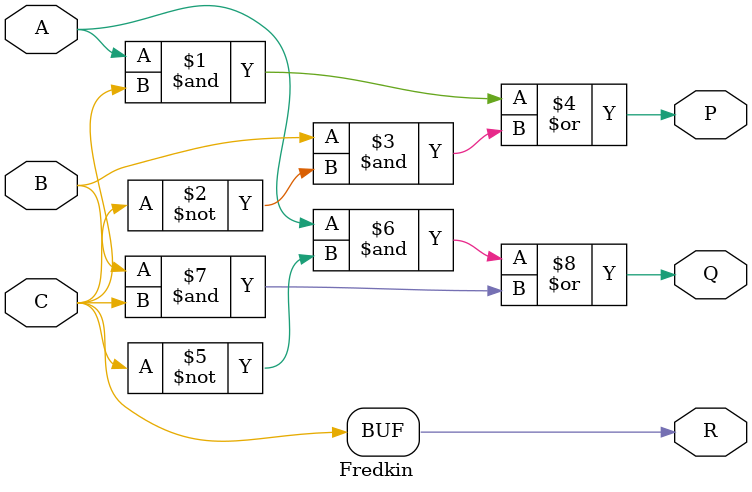
<source format=v>
module Fredkin(
	output P,
	output Q,
	output R,
	input A,
	input B,
	input C
		
);

	assign P = (A & C) | (B & ~C);
	assign Q = (A & ~C) | (B & C);
	assign R = C;
 	
endmodule


</source>
